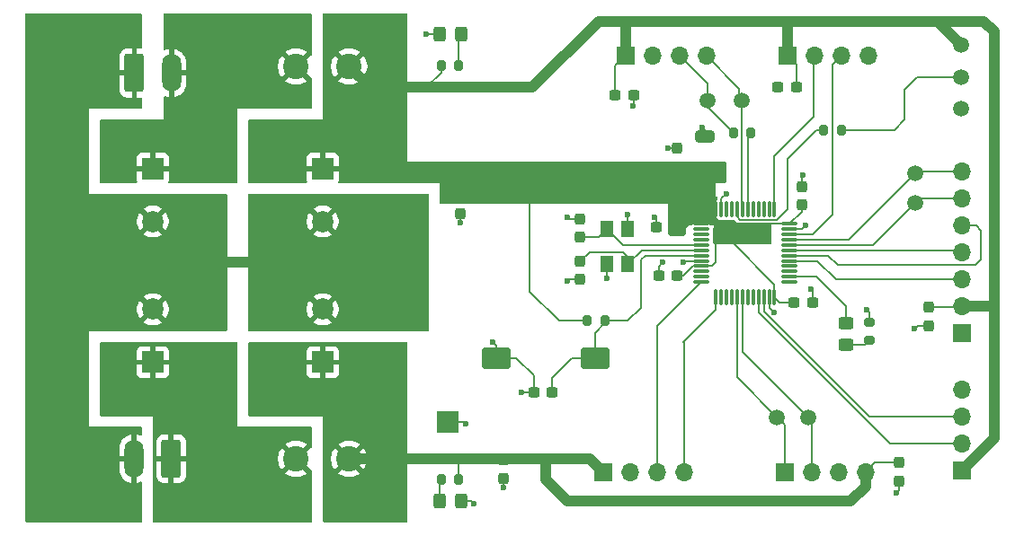
<source format=gbr>
%TF.GenerationSoftware,KiCad,Pcbnew,9.0.0*%
%TF.CreationDate,2025-04-23T22:05:31+03:00*%
%TF.ProjectId,LoRa,4c6f5261-2e6b-4696-9361-645f70636258,rev?*%
%TF.SameCoordinates,Original*%
%TF.FileFunction,Copper,L1,Top*%
%TF.FilePolarity,Positive*%
%FSLAX46Y46*%
G04 Gerber Fmt 4.6, Leading zero omitted, Abs format (unit mm)*
G04 Created by KiCad (PCBNEW 9.0.0) date 2025-04-23 22:05:31*
%MOMM*%
%LPD*%
G01*
G04 APERTURE LIST*
G04 Aperture macros list*
%AMRoundRect*
0 Rectangle with rounded corners*
0 $1 Rounding radius*
0 $2 $3 $4 $5 $6 $7 $8 $9 X,Y pos of 4 corners*
0 Add a 4 corners polygon primitive as box body*
4,1,4,$2,$3,$4,$5,$6,$7,$8,$9,$2,$3,0*
0 Add four circle primitives for the rounded corners*
1,1,$1+$1,$2,$3*
1,1,$1+$1,$4,$5*
1,1,$1+$1,$6,$7*
1,1,$1+$1,$8,$9*
0 Add four rect primitives between the rounded corners*
20,1,$1+$1,$2,$3,$4,$5,0*
20,1,$1+$1,$4,$5,$6,$7,0*
20,1,$1+$1,$6,$7,$8,$9,0*
20,1,$1+$1,$8,$9,$2,$3,0*%
G04 Aperture macros list end*
%TA.AperFunction,ComponentPad*%
%ADD10R,1.700000X1.700000*%
%TD*%
%TA.AperFunction,ComponentPad*%
%ADD11O,1.700000X1.700000*%
%TD*%
%TA.AperFunction,SMDPad,CuDef*%
%ADD12RoundRect,0.200000X-0.275000X0.200000X-0.275000X-0.200000X0.275000X-0.200000X0.275000X0.200000X0*%
%TD*%
%TA.AperFunction,SMDPad,CuDef*%
%ADD13RoundRect,0.250000X0.450000X-0.325000X0.450000X0.325000X-0.450000X0.325000X-0.450000X-0.325000X0*%
%TD*%
%TA.AperFunction,SMDPad,CuDef*%
%ADD14RoundRect,0.075000X-0.075000X-0.662500X0.075000X-0.662500X0.075000X0.662500X-0.075000X0.662500X0*%
%TD*%
%TA.AperFunction,SMDPad,CuDef*%
%ADD15RoundRect,0.075000X-0.662500X-0.075000X0.662500X-0.075000X0.662500X0.075000X-0.662500X0.075000X0*%
%TD*%
%TA.AperFunction,SMDPad,CuDef*%
%ADD16R,2.000000X2.000000*%
%TD*%
%TA.AperFunction,SMDPad,CuDef*%
%ADD17C,1.500000*%
%TD*%
%TA.AperFunction,SMDPad,CuDef*%
%ADD18RoundRect,0.237500X0.300000X0.237500X-0.300000X0.237500X-0.300000X-0.237500X0.300000X-0.237500X0*%
%TD*%
%TA.AperFunction,SMDPad,CuDef*%
%ADD19RoundRect,0.200000X-0.200000X-0.275000X0.200000X-0.275000X0.200000X0.275000X-0.200000X0.275000X0*%
%TD*%
%TA.AperFunction,ComponentPad*%
%ADD20RoundRect,0.250000X0.650000X1.550000X-0.650000X1.550000X-0.650000X-1.550000X0.650000X-1.550000X0*%
%TD*%
%TA.AperFunction,ComponentPad*%
%ADD21O,1.800000X3.600000*%
%TD*%
%TA.AperFunction,SMDPad,CuDef*%
%ADD22RoundRect,0.250000X-0.325000X-0.450000X0.325000X-0.450000X0.325000X0.450000X-0.325000X0.450000X0*%
%TD*%
%TA.AperFunction,SMDPad,CuDef*%
%ADD23RoundRect,0.237500X-0.237500X0.300000X-0.237500X-0.300000X0.237500X-0.300000X0.237500X0.300000X0*%
%TD*%
%TA.AperFunction,ComponentPad*%
%ADD24R,2.000000X2.000000*%
%TD*%
%TA.AperFunction,ComponentPad*%
%ADD25C,2.000000*%
%TD*%
%TA.AperFunction,SMDPad,CuDef*%
%ADD26RoundRect,0.300000X-1.075000X-0.700000X1.075000X-0.700000X1.075000X0.700000X-1.075000X0.700000X0*%
%TD*%
%TA.AperFunction,SMDPad,CuDef*%
%ADD27RoundRect,0.200000X0.200000X0.275000X-0.200000X0.275000X-0.200000X-0.275000X0.200000X-0.275000X0*%
%TD*%
%TA.AperFunction,ComponentPad*%
%ADD28RoundRect,0.250000X-0.650000X-1.550000X0.650000X-1.550000X0.650000X1.550000X-0.650000X1.550000X0*%
%TD*%
%TA.AperFunction,SMDPad,CuDef*%
%ADD29RoundRect,0.237500X-0.300000X-0.237500X0.300000X-0.237500X0.300000X0.237500X-0.300000X0.237500X0*%
%TD*%
%TA.AperFunction,SMDPad,CuDef*%
%ADD30R,1.300000X1.600000*%
%TD*%
%TA.AperFunction,ComponentPad*%
%ADD31C,1.500000*%
%TD*%
%TA.AperFunction,SMDPad,CuDef*%
%ADD32RoundRect,0.237500X0.237500X-0.300000X0.237500X0.300000X-0.237500X0.300000X-0.237500X-0.300000X0*%
%TD*%
%TA.AperFunction,ComponentPad*%
%ADD33C,2.400000*%
%TD*%
%TA.AperFunction,SMDPad,CuDef*%
%ADD34RoundRect,0.250000X0.650000X-0.325000X0.650000X0.325000X-0.650000X0.325000X-0.650000X-0.325000X0*%
%TD*%
%TA.AperFunction,SMDPad,CuDef*%
%ADD35RoundRect,0.250000X0.325000X0.450000X-0.325000X0.450000X-0.325000X-0.450000X0.325000X-0.450000X0*%
%TD*%
%TA.AperFunction,ViaPad*%
%ADD36C,0.600000*%
%TD*%
%TA.AperFunction,Conductor*%
%ADD37C,0.160000*%
%TD*%
%TA.AperFunction,Conductor*%
%ADD38C,1.000000*%
%TD*%
%TA.AperFunction,Conductor*%
%ADD39C,0.180000*%
%TD*%
%TA.AperFunction,Conductor*%
%ADD40C,0.250000*%
%TD*%
G04 APERTURE END LIST*
D10*
%TO.P,SWD1,1,Pin_1*%
%TO.N,+3.3V*%
X143800000Y-32000000D03*
D11*
%TO.P,SWD1,2,Pin_2*%
%TO.N,/SWDCLK*%
X146340000Y-32000000D03*
%TO.P,SWD1,3,Pin_3*%
%TO.N,/SWDIO*%
X148880000Y-32000000D03*
%TO.P,SWD1,4,Pin_4*%
%TO.N,GND*%
X151420000Y-32000000D03*
%TD*%
D10*
%TO.P,J4,1,Pin_1*%
%TO.N,+3.3V*%
X160175000Y-71120000D03*
D11*
%TO.P,J4,2,Pin_2*%
%TO.N,/Debug_Tx*%
X160175000Y-68580000D03*
%TO.P,J4,3,Pin_3*%
%TO.N,/Debug_Rx*%
X160175000Y-66040000D03*
%TO.P,J4,4,Pin_4*%
%TO.N,GND*%
X160175000Y-63500000D03*
%TD*%
D12*
%TO.P,R3,2*%
%TO.N,/led_katot*%
X151500000Y-58825000D03*
%TO.P,R3,1*%
%TO.N,GND*%
X151500000Y-57175000D03*
%TD*%
D13*
%TO.P,D1,2,A*%
%TO.N,/debug_led_anot*%
X149250000Y-57225000D03*
%TO.P,D1,1,K*%
%TO.N,/led_katot*%
X149250000Y-59275000D03*
%TD*%
D14*
%TO.P,U2,48,VDD*%
%TO.N,+3.3V*%
X137050000Y-46437500D03*
%TO.P,U2,47,VSS*%
%TO.N,GND*%
X137550000Y-46437500D03*
%TO.P,U2,46,PB9*%
%TO.N,unconnected-(U2-PB9-Pad46)*%
X138050000Y-46437500D03*
%TO.P,U2,45,PB8*%
%TO.N,unconnected-(U2-PB8-Pad45)*%
X138550000Y-46437500D03*
%TO.P,U2,44,BOOT0*%
%TO.N,/BOOT0*%
X139050000Y-46437500D03*
%TO.P,U2,43,PB7*%
%TO.N,/SHT31_SDA*%
X139550000Y-46437500D03*
%TO.P,U2,42,PB6*%
%TO.N,Net-(U2-PB6)*%
X140050000Y-46437500D03*
%TO.P,U2,41,PB5*%
%TO.N,unconnected-(U2-PB5-Pad41)*%
X140550000Y-46437500D03*
%TO.P,U2,40,PB4*%
%TO.N,unconnected-(U2-PB4-Pad40)*%
X141050000Y-46437500D03*
%TO.P,U2,39,PB3*%
%TO.N,unconnected-(U2-PB3-Pad39)*%
X141550000Y-46437500D03*
%TO.P,U2,38,PA15*%
%TO.N,unconnected-(U2-PA15-Pad38)*%
X142050000Y-46437500D03*
%TO.P,U2,37,PA14*%
%TO.N,/SWDCLK*%
X142550000Y-46437500D03*
D15*
%TO.P,U2,36,VDD*%
%TO.N,+3.3V*%
X143962500Y-47850000D03*
%TO.P,U2,35,VSS*%
%TO.N,GND*%
X143962500Y-48350000D03*
%TO.P,U2,34,PA13*%
%TO.N,/SWDIO*%
X143962500Y-48850000D03*
%TO.P,U2,33,PA12*%
%TO.N,/M0*%
X143962500Y-49350000D03*
%TO.P,U2,32,PA11*%
%TO.N,/M1*%
X143962500Y-49850000D03*
%TO.P,U2,31,PA10*%
%TO.N,/mcu_LoRa_RX*%
X143962500Y-50350000D03*
%TO.P,U2,30,PA9*%
%TO.N,/mcu_LoRa_TX*%
X143962500Y-50850000D03*
%TO.P,U2,29,PA8*%
%TO.N,/AUX*%
X143962500Y-51350000D03*
%TO.P,U2,28,PB15*%
%TO.N,unconnected-(U2-PB15-Pad28)*%
X143962500Y-51850000D03*
%TO.P,U2,27,PB14*%
%TO.N,unconnected-(U2-PB14-Pad27)*%
X143962500Y-52350000D03*
%TO.P,U2,26,PB13*%
%TO.N,/debug_led_anot*%
X143962500Y-52850000D03*
%TO.P,U2,25,PB12*%
%TO.N,unconnected-(U2-PB12-Pad25)*%
X143962500Y-53350000D03*
D14*
%TO.P,U2,24,VDD*%
%TO.N,+3.3V*%
X142550000Y-54762500D03*
%TO.P,U2,23,VSS*%
%TO.N,GND*%
X142050000Y-54762500D03*
%TO.P,U2,22,PB11*%
%TO.N,/Debug_Rx*%
X141550000Y-54762500D03*
%TO.P,U2,21,PB10*%
%TO.N,/Debug_Tx*%
X141050000Y-54762500D03*
%TO.P,U2,20,PB2*%
%TO.N,unconnected-(U2-PB2-Pad20)*%
X140550000Y-54762500D03*
%TO.P,U2,19,PB1*%
%TO.N,unconnected-(U2-PB1-Pad19)*%
X140050000Y-54762500D03*
%TO.P,U2,18,PB0*%
%TO.N,/CO_ADC*%
X139550000Y-54762500D03*
%TO.P,U2,17,PA7*%
%TO.N,/CO_Enb*%
X139050000Y-54762500D03*
%TO.P,U2,16,PA6*%
%TO.N,unconnected-(U2-PA6-Pad16)*%
X138550000Y-54762500D03*
%TO.P,U2,15,PA5*%
%TO.N,unconnected-(U2-PA5-Pad15)*%
X138050000Y-54762500D03*
%TO.P,U2,14,PA4*%
%TO.N,unconnected-(U2-PA4-Pad14)*%
X137550000Y-54762500D03*
%TO.P,U2,13,PA3*%
%TO.N,/mcu__pm_rx*%
X137050000Y-54762500D03*
D15*
%TO.P,U2,12,PA2*%
%TO.N,/mcu_pm_tx*%
X135637500Y-53350000D03*
%TO.P,U2,11,PA1*%
%TO.N,unconnected-(U2-PA1-Pad11)*%
X135637500Y-52850000D03*
%TO.P,U2,10,PA0*%
%TO.N,unconnected-(U2-PA0-Pad10)*%
X135637500Y-52350000D03*
%TO.P,U2,9,VDDA*%
%TO.N,+3.3V*%
X135637500Y-51850000D03*
%TO.P,U2,8,VSSA*%
%TO.N,GND*%
X135637500Y-51350000D03*
%TO.P,U2,7,NRST*%
%TO.N,/Reset*%
X135637500Y-50850000D03*
%TO.P,U2,6,PD1*%
%TO.N,/OSCOUT*%
X135637500Y-50350000D03*
%TO.P,U2,5,PD0*%
%TO.N,/OSCIN*%
X135637500Y-49850000D03*
%TO.P,U2,4,PC15*%
%TO.N,unconnected-(U2-PC15-Pad4)*%
X135637500Y-49350000D03*
%TO.P,U2,3,PC14*%
%TO.N,unconnected-(U2-PC14-Pad3)*%
X135637500Y-48850000D03*
%TO.P,U2,2,PC13*%
%TO.N,unconnected-(U2-PC13-Pad2)*%
X135637500Y-48350000D03*
%TO.P,U2,1,VBAT*%
%TO.N,+3.3V*%
X135637500Y-47850000D03*
%TD*%
D16*
%TO.P,TP1,1,1*%
%TO.N,GND*%
X111750000Y-66500000D03*
%TD*%
D17*
%TO.P,TP6,1,1*%
%TO.N,/M1*%
X155800000Y-45900000D03*
%TD*%
%TO.P,TP2,1,1*%
%TO.N,/CO_ADC*%
X145700000Y-66100000D03*
%TD*%
D18*
%TO.P,C1,1*%
%TO.N,+3.3V*%
X144612500Y-35000000D03*
%TO.P,C1,2*%
%TO.N,GND*%
X142887500Y-35000000D03*
%TD*%
D19*
%TO.P,R6,2*%
%TO.N,Net-(U2-PB6)*%
X140325000Y-39250000D03*
%TO.P,R6,1*%
%TO.N,/SHT31_SCL*%
X138675000Y-39250000D03*
%TD*%
D17*
%TO.P,TP3,1,1*%
%TO.N,/CO_Enb*%
X142800000Y-66100000D03*
%TD*%
D20*
%TO.P,J2,1,Pin_1*%
%TO.N,+5V_INPUT*%
X85732500Y-70000000D03*
D21*
%TO.P,J2,2,Pin_2*%
%TO.N,GND*%
X82232500Y-70000000D03*
%TD*%
D22*
%TO.P,D2,1,K*%
%TO.N,GND*%
X110975000Y-30000000D03*
%TO.P,D2,2,A*%
%TO.N,Net-(D2-A)*%
X113025000Y-30000000D03*
%TD*%
D23*
%TO.P,C19,1*%
%TO.N,+3.3V*%
X113000000Y-45137500D03*
%TO.P,C19,2*%
%TO.N,GND*%
X113000000Y-46862500D03*
%TD*%
D10*
%TO.P,pm2.5,1,Pin_1*%
%TO.N,+5V*%
X126400000Y-71250000D03*
D11*
%TO.P,pm2.5,2,Pin_2*%
%TO.N,GND*%
X128940000Y-71250000D03*
%TO.P,pm2.5,3,Pin_3*%
%TO.N,/mcu_pm_tx*%
X131480000Y-71250000D03*
%TO.P,pm2.5,4,Pin_4*%
%TO.N,/mcu__pm_rx*%
X134020000Y-71250000D03*
%TD*%
D24*
%TO.P,C5,1*%
%TO.N,+3.3V_INPUT*%
X84000000Y-42632323D03*
D25*
%TO.P,C5,2*%
%TO.N,GND*%
X84000000Y-47632323D03*
%TD*%
D26*
%TO.P,RESET1,1,1*%
%TO.N,GND*%
X116380000Y-60500000D03*
%TO.P,RESET1,2,2*%
%TO.N,/Reset*%
X125630000Y-60500000D03*
%TD*%
D27*
%TO.P,R1,1*%
%TO.N,/B0*%
X148825000Y-39000000D03*
%TO.P,R1,2*%
%TO.N,/BOOT0*%
X147175000Y-39000000D03*
%TD*%
D19*
%TO.P,R5,1*%
%TO.N,Net-(D3-A)*%
X111175000Y-72000000D03*
%TO.P,R5,2*%
%TO.N,+5V*%
X112825000Y-72000000D03*
%TD*%
D23*
%TO.P,C18,1*%
%TO.N,+5V*%
X117000000Y-70137500D03*
%TO.P,C18,2*%
%TO.N,GND*%
X117000000Y-71862500D03*
%TD*%
D24*
%TO.P,C10,1*%
%TO.N,+5V_INPUT*%
X84000000Y-60907677D03*
D25*
%TO.P,C10,2*%
%TO.N,GND*%
X84000000Y-55907677D03*
%TD*%
D23*
%TO.P,C17,1*%
%TO.N,+5V*%
X154250000Y-70387500D03*
%TO.P,C17,2*%
%TO.N,GND*%
X154250000Y-72112500D03*
%TD*%
D10*
%TO.P,LoRa1,1,Pin_1*%
%TO.N,GND*%
X160175000Y-58200000D03*
D11*
%TO.P,LoRa1,2,Pin_2*%
%TO.N,+3.3V*%
X160175000Y-55660000D03*
%TO.P,LoRa1,3,Pin_3*%
%TO.N,/AUX*%
X160175000Y-53120000D03*
%TO.P,LoRa1,4,Pin_4*%
%TO.N,/mcu_LoRa_RX*%
X160175000Y-50580000D03*
%TO.P,LoRa1,5,Pin_5*%
%TO.N,/mcu_LoRa_TX*%
X160175000Y-48040000D03*
%TO.P,LoRa1,6,Pin_6*%
%TO.N,/M1*%
X160175000Y-45500000D03*
%TO.P,LoRa1,7,Pin_7*%
%TO.N,/M0*%
X160175000Y-42960000D03*
%TD*%
D28*
%TO.P,J1,1,Pin_1*%
%TO.N,GND*%
X82267500Y-33642500D03*
D21*
%TO.P,J1,2,Pin_2*%
%TO.N,+3.3V_INPUT*%
X85767500Y-33642500D03*
%TD*%
D27*
%TO.P,R4,1*%
%TO.N,Net-(D2-A)*%
X112825000Y-32900000D03*
%TO.P,R4,2*%
%TO.N,+3.3V*%
X111175000Y-32900000D03*
%TD*%
D29*
%TO.P,C15,1*%
%TO.N,+3.3V*%
X127537500Y-35700000D03*
%TO.P,C15,2*%
%TO.N,GND*%
X129262500Y-35700000D03*
%TD*%
%TO.P,C11,1*%
%TO.N,+3.3V*%
X144387500Y-55250000D03*
%TO.P,C11,2*%
%TO.N,GND*%
X146112500Y-55250000D03*
%TD*%
D23*
%TO.P,C16,1*%
%TO.N,+3.3V*%
X157100000Y-55737500D03*
%TO.P,C16,2*%
%TO.N,GND*%
X157100000Y-57462500D03*
%TD*%
D30*
%TO.P,Y1,1,1*%
%TO.N,/OSCOUT*%
X128750000Y-51650000D03*
%TO.P,Y1,2,2*%
%TO.N,GND*%
X128750000Y-48350000D03*
%TO.P,Y1,3,3*%
%TO.N,/OSCIN*%
X126750000Y-48350000D03*
%TO.P,Y1,4,4*%
%TO.N,GND*%
X126750000Y-51650000D03*
%TD*%
D31*
%TO.P,J5,1,Pin_1*%
%TO.N,GND*%
X160150000Y-37000000D03*
%TO.P,J5,2,Pin_2*%
%TO.N,/B0*%
X160150000Y-34000000D03*
%TO.P,J5,3,Pin_3*%
%TO.N,+3.3V*%
X160150000Y-31000000D03*
%TD*%
D18*
%TO.P,C4,1*%
%TO.N,/Reset*%
X121612500Y-63750000D03*
%TO.P,C4,2*%
%TO.N,GND*%
X119887500Y-63750000D03*
%TD*%
D24*
%TO.P,C13,1*%
%TO.N,+5V*%
X100000000Y-60907677D03*
D25*
%TO.P,C13,2*%
%TO.N,GND*%
X100000000Y-55907677D03*
%TD*%
D19*
%TO.P,R2,1*%
%TO.N,+3.3V*%
X124925000Y-57000000D03*
%TO.P,R2,2*%
%TO.N,/Reset*%
X126575000Y-57000000D03*
%TD*%
D32*
%TO.P,C8,1*%
%TO.N,+3.3V*%
X133400000Y-42462500D03*
%TO.P,C8,2*%
%TO.N,GND*%
X133400000Y-40737500D03*
%TD*%
D33*
%TO.P,L2,1,1*%
%TO.N,+5V_INPUT*%
X97500000Y-70000000D03*
%TO.P,L2,2,2*%
%TO.N,+5V*%
X102500000Y-70000000D03*
%TD*%
D32*
%TO.P,C9,1*%
%TO.N,+3.3V*%
X145100000Y-46062500D03*
%TO.P,C9,2*%
%TO.N,GND*%
X145100000Y-44337500D03*
%TD*%
D18*
%TO.P,C12,1*%
%TO.N,+3.3V*%
X133162500Y-48200000D03*
%TO.P,C12,2*%
%TO.N,GND*%
X131437500Y-48200000D03*
%TD*%
D33*
%TO.P,L1,1,1*%
%TO.N,+3.3V_INPUT*%
X97500000Y-33000000D03*
%TO.P,L1,2,2*%
%TO.N,+3.3V*%
X102500000Y-33000000D03*
%TD*%
D17*
%TO.P,TP4,1,1*%
%TO.N,/M0*%
X155800000Y-43100000D03*
%TD*%
D23*
%TO.P,C2,1*%
%TO.N,GND*%
X124250000Y-47387500D03*
%TO.P,C2,2*%
%TO.N,/OSCIN*%
X124250000Y-49112500D03*
%TD*%
D10*
%TO.P,SHT31,1,Pin_1*%
%TO.N,+3.3V*%
X128500000Y-31975000D03*
D11*
%TO.P,SHT31,2,Pin_2*%
%TO.N,GND*%
X131040000Y-31975000D03*
%TO.P,SHT31,3,Pin_3*%
%TO.N,/SHT31_SCL*%
X133580000Y-31975000D03*
%TO.P,SHT31,4,Pin_4*%
%TO.N,/SHT31_SDA*%
X136120000Y-31975000D03*
%TD*%
D34*
%TO.P,C7,1*%
%TO.N,+3.3V*%
X136000000Y-42575000D03*
%TO.P,C7,2*%
%TO.N,GND*%
X136000000Y-39625000D03*
%TD*%
D17*
%TO.P,TP5,1,1*%
%TO.N,/SHT31_SCL*%
X136250000Y-36250000D03*
%TD*%
%TO.P,TP7,1,1*%
%TO.N,/SHT31_SDA*%
X139500000Y-36250000D03*
%TD*%
D24*
%TO.P,C6,1*%
%TO.N,+3.3V*%
X100000000Y-42632323D03*
D25*
%TO.P,C6,2*%
%TO.N,GND*%
X100000000Y-47632323D03*
%TD*%
D35*
%TO.P,D3,1,K*%
%TO.N,GND*%
X113025000Y-74000000D03*
%TO.P,D3,2,A*%
%TO.N,Net-(D3-A)*%
X110975000Y-74000000D03*
%TD*%
D10*
%TO.P,J3,1,Pin_1*%
%TO.N,/CO_Enb*%
X143500000Y-71275000D03*
D11*
%TO.P,J3,2,Pin_2*%
%TO.N,/CO_ADC*%
X146040000Y-71275000D03*
%TO.P,J3,3,Pin_3*%
%TO.N,GND*%
X148580000Y-71275000D03*
%TO.P,J3,4,Pin_4*%
%TO.N,+5V*%
X151120000Y-71275000D03*
%TD*%
D32*
%TO.P,C3,1*%
%TO.N,GND*%
X124250000Y-53112500D03*
%TO.P,C3,2*%
%TO.N,/OSCOUT*%
X124250000Y-51387500D03*
%TD*%
D18*
%TO.P,C14,1*%
%TO.N,+3.3V*%
X133362500Y-52750000D03*
%TO.P,C14,2*%
%TO.N,GND*%
X131637500Y-52750000D03*
%TD*%
D36*
%TO.N,GND*%
X113500000Y-66750000D03*
X146000000Y-54000000D03*
X142500000Y-56250000D03*
X151250000Y-56000000D03*
X154000000Y-73250000D03*
X107500000Y-56250000D03*
X106250000Y-55000000D03*
X106250000Y-53750000D03*
X107500000Y-55000000D03*
X107500000Y-53750000D03*
X106250000Y-52500000D03*
X106250000Y-51250000D03*
X106250000Y-50000000D03*
X106250000Y-48750000D03*
X107500000Y-52500000D03*
X107500000Y-51250000D03*
X107500000Y-50000000D03*
X107500000Y-48750000D03*
X107500000Y-47500000D03*
X116000000Y-59000000D03*
X132000000Y-51500000D03*
X134000000Y-51500000D03*
X138000000Y-45000000D03*
X145500000Y-48000000D03*
X145250000Y-43250000D03*
X131250000Y-47250000D03*
X128750000Y-47000000D03*
X123000000Y-47250000D03*
X123000000Y-53250000D03*
X126750000Y-53000000D03*
X155750000Y-57750000D03*
X135750000Y-38750000D03*
X132500000Y-40750000D03*
X129250000Y-36750000D03*
X109750000Y-30000000D03*
X113000000Y-47750000D03*
X118750000Y-63750000D03*
X117000000Y-72750000D03*
X114250000Y-74250000D03*
%TD*%
D37*
%TO.N,+3.3V*%
X144612500Y-32812500D02*
X143800000Y-32000000D01*
X144612500Y-35000000D02*
X144612500Y-32812500D01*
%TO.N,GND*%
X113250000Y-66500000D02*
X113500000Y-66750000D01*
X111750000Y-66500000D02*
X113250000Y-66500000D01*
X146112500Y-54112500D02*
X146000000Y-54000000D01*
X146112500Y-55250000D02*
X146112500Y-54112500D01*
D38*
%TO.N,+3.3V*%
X163250000Y-68045000D02*
X163250000Y-55250000D01*
X160175000Y-71120000D02*
X163250000Y-68045000D01*
D39*
%TO.N,/debug_led_anot*%
X146475822Y-52850000D02*
X149250000Y-55624178D01*
X149250000Y-55624178D02*
X149250000Y-57225000D01*
%TO.N,+3.3V*%
X143037500Y-55250000D02*
X144387500Y-55250000D01*
X142550000Y-54762500D02*
X143037500Y-55250000D01*
%TO.N,/Debug_Tx*%
X153455384Y-68580000D02*
X160175000Y-68580000D01*
X141050000Y-56174616D02*
X153455384Y-68580000D01*
X141050000Y-54762500D02*
X141050000Y-56174616D01*
%TO.N,/Debug_Rx*%
X151454199Y-66040000D02*
X160175000Y-66040000D01*
X141550000Y-56135801D02*
X151454199Y-66040000D01*
X141550000Y-54762500D02*
X141550000Y-56135801D01*
%TO.N,GND*%
X142050000Y-55800000D02*
X142500000Y-56250000D01*
X142050000Y-54762500D02*
X142050000Y-55800000D01*
%TO.N,/led_katot*%
X151050000Y-59275000D02*
X151500000Y-58825000D01*
X149250000Y-59275000D02*
X151050000Y-59275000D01*
%TO.N,GND*%
X151500000Y-57175000D02*
X151500000Y-56250000D01*
X151500000Y-56250000D02*
X151250000Y-56000000D01*
X154250000Y-73000000D02*
X154000000Y-73250000D01*
X154250000Y-72112500D02*
X154250000Y-73000000D01*
%TO.N,+5V*%
X154250000Y-70387500D02*
X152007500Y-70387500D01*
X152007500Y-70387500D02*
X151120000Y-71275000D01*
%TO.N,Net-(U2-PB6)*%
X140050000Y-39525000D02*
X140050000Y-46437500D01*
X140325000Y-39250000D02*
X140050000Y-39525000D01*
%TO.N,/SHT31_SCL*%
X136250000Y-36825000D02*
X138675000Y-39250000D01*
X136250000Y-36250000D02*
X136250000Y-36825000D01*
%TO.N,GND*%
X116380000Y-59380000D02*
X116000000Y-59000000D01*
X116380000Y-60500000D02*
X116380000Y-59380000D01*
D40*
%TO.N,/SHT31_SCL*%
X136250000Y-36825000D02*
X136250000Y-36666000D01*
D39*
%TO.N,/debug_led_anot*%
X146475822Y-52850000D02*
X143962500Y-52850000D01*
%TO.N,GND*%
X131637500Y-51862500D02*
X132000000Y-51500000D01*
X131637500Y-52750000D02*
X131637500Y-51862500D01*
%TO.N,+3.3V*%
X133980318Y-52750000D02*
X134880318Y-51850000D01*
X134880318Y-51850000D02*
X135637500Y-51850000D01*
X133362500Y-52750000D02*
X133980318Y-52750000D01*
%TO.N,GND*%
X134150000Y-51350000D02*
X134000000Y-51500000D01*
X135637500Y-51350000D02*
X134150000Y-51350000D01*
X137550000Y-45450000D02*
X138000000Y-45000000D01*
X137550000Y-46437500D02*
X137550000Y-45450000D01*
X145150000Y-48350000D02*
X145500000Y-48000000D01*
X143962500Y-48350000D02*
X145150000Y-48350000D01*
X145100000Y-43400000D02*
X145250000Y-43250000D01*
X145100000Y-44337500D02*
X145100000Y-43400000D01*
%TO.N,+3.3V*%
X145100000Y-46712500D02*
X143962500Y-47850000D01*
X145100000Y-46062500D02*
X145100000Y-46712500D01*
%TO.N,GND*%
X131437500Y-47437500D02*
X131250000Y-47250000D01*
X131437500Y-48200000D02*
X131437500Y-47437500D01*
X128750000Y-48350000D02*
X128750000Y-47000000D01*
X123137500Y-47387500D02*
X123000000Y-47250000D01*
X124250000Y-47387500D02*
X123137500Y-47387500D01*
X123137500Y-53112500D02*
X123000000Y-53250000D01*
X124250000Y-53112500D02*
X123137500Y-53112500D01*
X126750000Y-51650000D02*
X126750000Y-53000000D01*
X156037500Y-57462500D02*
X155750000Y-57750000D01*
X157100000Y-57462500D02*
X156037500Y-57462500D01*
%TO.N,+3.3V*%
X143612500Y-32187500D02*
X143800000Y-32000000D01*
%TO.N,GND*%
X136000000Y-39000000D02*
X135750000Y-38750000D01*
X136000000Y-39625000D02*
X136000000Y-39000000D01*
X132512500Y-40737500D02*
X132500000Y-40750000D01*
X133400000Y-40737500D02*
X132512500Y-40737500D01*
X129262500Y-36737500D02*
X129250000Y-36750000D01*
X129262500Y-35700000D02*
X129262500Y-36737500D01*
X110975000Y-30000000D02*
X109750000Y-30000000D01*
X113000000Y-46862500D02*
X113000000Y-47750000D01*
X119887500Y-63750000D02*
X118750000Y-63750000D01*
X117000000Y-71862500D02*
X117000000Y-72750000D01*
X114000000Y-74000000D02*
X114250000Y-74250000D01*
X113025000Y-74000000D02*
X114000000Y-74000000D01*
%TO.N,+5V*%
X112825000Y-72000000D02*
X112825000Y-70175000D01*
D38*
X102500000Y-70000000D02*
X113000000Y-70000000D01*
D39*
X112825000Y-70175000D02*
X113000000Y-70000000D01*
%TO.N,/OSCOUT*%
X128250000Y-50500000D02*
X128750000Y-51000000D01*
X125137500Y-50500000D02*
X128250000Y-50500000D01*
X124250000Y-51387500D02*
X125137500Y-50500000D01*
X128750000Y-51000000D02*
X128750000Y-51650000D01*
%TO.N,/OSCIN*%
X125987500Y-49112500D02*
X126750000Y-48350000D01*
X124250000Y-49112500D02*
X125987500Y-49112500D01*
%TO.N,+3.3V*%
X127537500Y-32937500D02*
X128500000Y-31975000D01*
X127537500Y-35700000D02*
X127537500Y-32937500D01*
%TO.N,Net-(D3-A)*%
X110975000Y-72200000D02*
X111175000Y-72000000D01*
X110975000Y-74000000D02*
X110975000Y-72200000D01*
%TO.N,/CO_ADC*%
X145700000Y-66100000D02*
X139550000Y-59950000D01*
X139550000Y-59950000D02*
X139550000Y-54762500D01*
%TO.N,/CO_Enb*%
X139050000Y-62350000D02*
X139050000Y-54762500D01*
X142800000Y-66100000D02*
X139050000Y-62350000D01*
X143500000Y-66800000D02*
X142800000Y-66100000D01*
X143500000Y-71275000D02*
X143500000Y-66800000D01*
%TO.N,/CO_ADC*%
X146040000Y-66440000D02*
X145700000Y-66100000D01*
X146040000Y-71275000D02*
X146040000Y-66440000D01*
%TO.N,+5V*%
X151120000Y-71275000D02*
X151120000Y-70880000D01*
%TO.N,+3.3V*%
X160097500Y-55737500D02*
X160175000Y-55660000D01*
X157100000Y-55737500D02*
X160097500Y-55737500D01*
%TO.N,/AUX*%
X148370000Y-53120000D02*
X146600000Y-51350000D01*
X160175000Y-53120000D02*
X148370000Y-53120000D01*
X146600000Y-51350000D02*
X143962500Y-51350000D01*
%TO.N,/mcu_LoRa_RX*%
X159945000Y-50350000D02*
X160175000Y-50580000D01*
X143962500Y-50350000D02*
X159945000Y-50350000D01*
%TO.N,/mcu_LoRa_TX*%
X147600000Y-50850000D02*
X143962500Y-50850000D01*
X148500000Y-51750000D02*
X147600000Y-50850000D01*
X161500000Y-51750000D02*
X148500000Y-51750000D01*
X162000000Y-51250000D02*
X161500000Y-51750000D01*
X162000000Y-48500000D02*
X162000000Y-51250000D01*
X161540000Y-48040000D02*
X162000000Y-48500000D01*
X160175000Y-48040000D02*
X161540000Y-48040000D01*
%TO.N,/M1*%
X151850000Y-49850000D02*
X143962500Y-49850000D01*
X155800000Y-45900000D02*
X151850000Y-49850000D01*
X156200000Y-45500000D02*
X155800000Y-45900000D01*
X160175000Y-45500000D02*
X156200000Y-45500000D01*
%TO.N,/M0*%
X149550000Y-49350000D02*
X143962500Y-49350000D01*
X155800000Y-43100000D02*
X149550000Y-49350000D01*
X160175000Y-42960000D02*
X155940000Y-42960000D01*
X155940000Y-42960000D02*
X155800000Y-43100000D01*
%TO.N,/B0*%
X153825000Y-39000000D02*
X154825000Y-38000000D01*
X148825000Y-39000000D02*
X153825000Y-39000000D01*
%TO.N,/BOOT0*%
X146500000Y-39000000D02*
X147175000Y-39000000D01*
X143750000Y-41750000D02*
X146500000Y-39000000D01*
X142778682Y-47466000D02*
X143750000Y-46494682D01*
X143750000Y-46494682D02*
X143750000Y-41750000D01*
X139050000Y-47194682D02*
X139321318Y-47466000D01*
X139321318Y-47466000D02*
X142778682Y-47466000D01*
X139050000Y-46437500D02*
X139050000Y-47194682D01*
%TO.N,/SHT31_SDA*%
X139500000Y-46387500D02*
X139550000Y-46437500D01*
X139500000Y-36250000D02*
X139500000Y-46387500D01*
D37*
%TO.N,/SWDIO*%
X148000000Y-47000000D02*
X146150000Y-48850000D01*
X146150000Y-48850000D02*
X143962500Y-48850000D01*
X148000000Y-32880000D02*
X148000000Y-47000000D01*
X148880000Y-32000000D02*
X148000000Y-32880000D01*
%TO.N,/SWDCLK*%
X142550000Y-41450000D02*
X142550000Y-46437500D01*
X146250000Y-37750000D02*
X142550000Y-41450000D01*
X146250000Y-32090000D02*
X146250000Y-37750000D01*
X146340000Y-32000000D02*
X146250000Y-32090000D01*
D39*
%TO.N,/SHT31_SCL*%
X136250000Y-34645000D02*
X136250000Y-36250000D01*
X133580000Y-31975000D02*
X136250000Y-34645000D01*
%TO.N,Net-(D2-A)*%
X112825000Y-30200000D02*
X113025000Y-30000000D01*
X112825000Y-32900000D02*
X112825000Y-30200000D01*
%TO.N,+3.3V*%
X111175000Y-33575000D02*
X109750000Y-35000000D01*
X111175000Y-32900000D02*
X111175000Y-33575000D01*
D38*
X109750000Y-35000000D02*
X119750000Y-35000000D01*
D39*
%TO.N,/Reset*%
X121612500Y-62387500D02*
X121612500Y-63750000D01*
X123500000Y-60500000D02*
X121612500Y-62387500D01*
X125630000Y-60500000D02*
X123500000Y-60500000D01*
D37*
%TO.N,GND*%
X119887500Y-62137500D02*
X119887500Y-63750000D01*
X118250000Y-60500000D02*
X119887500Y-62137500D01*
X116380000Y-60500000D02*
X118250000Y-60500000D01*
%TO.N,+3.3V*%
X119500000Y-54250000D02*
X119500000Y-45000000D01*
X122250000Y-57000000D02*
X119500000Y-54250000D01*
X124925000Y-57000000D02*
X122250000Y-57000000D01*
%TO.N,/Reset*%
X125630000Y-58120000D02*
X125630000Y-60500000D01*
X126575000Y-57175000D02*
X125630000Y-58120000D01*
X126575000Y-57000000D02*
X126575000Y-57175000D01*
X128750000Y-57000000D02*
X126575000Y-57000000D01*
X130000000Y-55750000D02*
X128750000Y-57000000D01*
X130000000Y-51250000D02*
X130000000Y-55750000D01*
X130400000Y-50850000D02*
X130000000Y-51250000D01*
X135637500Y-50850000D02*
X130400000Y-50850000D01*
%TO.N,/OSCOUT*%
X130050000Y-50350000D02*
X135637500Y-50350000D01*
X128750000Y-51650000D02*
X130050000Y-50350000D01*
%TO.N,/OSCIN*%
X128250000Y-49850000D02*
X135637500Y-49850000D01*
X126750000Y-48350000D02*
X128250000Y-49850000D01*
D38*
%TO.N,+5V*%
X121000000Y-72000000D02*
X121000000Y-70000000D01*
X123000000Y-74000000D02*
X121000000Y-72000000D01*
X149750000Y-74000000D02*
X123000000Y-74000000D01*
X151120000Y-72630000D02*
X149750000Y-74000000D01*
X151120000Y-71275000D02*
X151120000Y-72630000D01*
%TO.N,+3.3V*%
X143800000Y-29050000D02*
X143500000Y-28750000D01*
X143800000Y-32000000D02*
X143800000Y-29050000D01*
X143500000Y-28750000D02*
X157900000Y-28750000D01*
X128500000Y-31975000D02*
X128500000Y-29000000D01*
X128750000Y-28750000D02*
X143500000Y-28750000D01*
X128500000Y-29000000D02*
X128750000Y-28750000D01*
X163250000Y-29750000D02*
X162250000Y-28750000D01*
X163250000Y-55250000D02*
X163250000Y-29750000D01*
X162250000Y-28750000D02*
X157900000Y-28750000D01*
X162840000Y-55660000D02*
X163250000Y-55250000D01*
X160175000Y-55660000D02*
X162840000Y-55660000D01*
X126000000Y-28750000D02*
X128750000Y-28750000D01*
X104500000Y-35000000D02*
X109750000Y-35000000D01*
X157900000Y-28750000D02*
X160150000Y-31000000D01*
X102500000Y-33000000D02*
X104500000Y-35000000D01*
X119750000Y-35000000D02*
X126000000Y-28750000D01*
D37*
X137650000Y-47850000D02*
X137000000Y-48500000D01*
X137000000Y-48500000D02*
X137000000Y-49500000D01*
X143962500Y-47850000D02*
X137650000Y-47850000D01*
X142550000Y-54762500D02*
X142550000Y-53550000D01*
X142550000Y-53550000D02*
X138500000Y-49500000D01*
X137000000Y-49500000D02*
X137000000Y-51500000D01*
X138500000Y-49500000D02*
X137000000Y-49500000D01*
X136650000Y-51850000D02*
X135637500Y-51850000D01*
X137000000Y-51500000D02*
X136650000Y-51850000D01*
X137000000Y-48000000D02*
X137000000Y-48500000D01*
X135637500Y-47850000D02*
X136850000Y-47850000D01*
X136850000Y-47850000D02*
X137000000Y-48000000D01*
X133512500Y-47850000D02*
X133162500Y-48200000D01*
X135637500Y-47850000D02*
X133512500Y-47850000D01*
%TO.N,/mcu__pm_rx*%
X137050000Y-55950000D02*
X134000000Y-59000000D01*
X134000000Y-59000000D02*
X134020000Y-59020000D01*
X137050000Y-54762500D02*
X137050000Y-55950000D01*
X134020000Y-59020000D02*
X134020000Y-71250000D01*
%TO.N,/mcu_pm_tx*%
X131480000Y-57507500D02*
X131480000Y-71250000D01*
X135637500Y-53350000D02*
X131480000Y-57507500D01*
D38*
%TO.N,+5V*%
X121000000Y-70000000D02*
X125150000Y-70000000D01*
D37*
%TO.N,/B0*%
X156000000Y-34000000D02*
X160150000Y-34000000D01*
X154825000Y-35175000D02*
X156000000Y-34000000D01*
X154825000Y-38000000D02*
X154825000Y-35175000D01*
D38*
%TO.N,+5V*%
X125150000Y-70000000D02*
X126400000Y-71250000D01*
X113000000Y-70000000D02*
X121000000Y-70000000D01*
D39*
%TO.N,/SHT31_SDA*%
X139250000Y-36250000D02*
X139550000Y-36550000D01*
X136120000Y-31975000D02*
X139250000Y-35105000D01*
X139250000Y-35105000D02*
X139250000Y-36250000D01*
%TD*%
%TA.AperFunction,Conductor*%
%TO.N,+3.3V*%
G36*
X137943039Y-42019685D02*
G01*
X137988794Y-42072489D01*
X138000000Y-42124000D01*
X138000000Y-43876000D01*
X137980315Y-43943039D01*
X137927511Y-43988794D01*
X137876000Y-44000000D01*
X137000000Y-44000000D01*
X137000000Y-45250000D01*
X132750000Y-45250000D01*
X132500000Y-45500000D01*
X132500000Y-46000000D01*
X111124000Y-46000000D01*
X111056961Y-45980315D01*
X111011206Y-45927511D01*
X111000000Y-45876000D01*
X111000000Y-44000000D01*
X105000000Y-44000000D01*
X105000000Y-42000000D01*
X108000000Y-42000000D01*
X137876000Y-42000000D01*
X137943039Y-42019685D01*
G37*
%TD.AperFunction*%
%TD*%
%TA.AperFunction,Conductor*%
%TO.N,+3.3V*%
G36*
X138818744Y-47519685D02*
G01*
X138839386Y-47536319D01*
X139081545Y-47778478D01*
X139170591Y-47829889D01*
X139269908Y-47856501D01*
X139269911Y-47856501D01*
X139380324Y-47856501D01*
X139380340Y-47856500D01*
X142126000Y-47856500D01*
X142193039Y-47876185D01*
X142238794Y-47928989D01*
X142250000Y-47980500D01*
X142250000Y-49626000D01*
X142230315Y-49693039D01*
X142177511Y-49738794D01*
X142126000Y-49750000D01*
X136874000Y-49750000D01*
X136806961Y-49730315D01*
X136761206Y-49677511D01*
X136750000Y-49626000D01*
X136750000Y-48325181D01*
X136769685Y-48258142D01*
X136775625Y-48249693D01*
X136802263Y-48214978D01*
X136860198Y-48075108D01*
X136860199Y-48075103D01*
X136870088Y-48000000D01*
X136750000Y-48000000D01*
X137250000Y-47500000D01*
X138751705Y-47500000D01*
X138818744Y-47519685D01*
G37*
%TD.AperFunction*%
%TD*%
%TA.AperFunction,Conductor*%
%TO.N,GND*%
G36*
X82943039Y-28020185D02*
G01*
X82988794Y-28072989D01*
X83000000Y-28124500D01*
X83000000Y-31218500D01*
X82980315Y-31285539D01*
X82927511Y-31331294D01*
X82876000Y-31342500D01*
X82517500Y-31342500D01*
X82517500Y-33094017D01*
X82499091Y-33083389D01*
X82346491Y-33042500D01*
X82188509Y-33042500D01*
X82035909Y-33083389D01*
X82017500Y-33094017D01*
X82017500Y-31342500D01*
X81567528Y-31342500D01*
X81567512Y-31342501D01*
X81464802Y-31352994D01*
X81298380Y-31408141D01*
X81298375Y-31408143D01*
X81149154Y-31500184D01*
X81025184Y-31624154D01*
X80933143Y-31773375D01*
X80933141Y-31773380D01*
X80877994Y-31939802D01*
X80877993Y-31939809D01*
X80867500Y-32042513D01*
X80867500Y-33392500D01*
X81719018Y-33392500D01*
X81708389Y-33410909D01*
X81667500Y-33563509D01*
X81667500Y-33721491D01*
X81708389Y-33874091D01*
X81719018Y-33892500D01*
X80867501Y-33892500D01*
X80867501Y-35242486D01*
X80877994Y-35345197D01*
X80933141Y-35511619D01*
X80933143Y-35511624D01*
X81025184Y-35660845D01*
X81149154Y-35784815D01*
X81298375Y-35876856D01*
X81298380Y-35876858D01*
X81464802Y-35932005D01*
X81464809Y-35932006D01*
X81567519Y-35942499D01*
X82017499Y-35942499D01*
X82017500Y-35942498D01*
X82017500Y-34190982D01*
X82035909Y-34201611D01*
X82188509Y-34242500D01*
X82346491Y-34242500D01*
X82499091Y-34201611D01*
X82517500Y-34190982D01*
X82517500Y-35942499D01*
X82876000Y-35942499D01*
X82943039Y-35962184D01*
X82988794Y-36014988D01*
X83000000Y-36066499D01*
X83000000Y-36876000D01*
X82980315Y-36943039D01*
X82927511Y-36988794D01*
X82876000Y-37000000D01*
X78000000Y-37000000D01*
X78000000Y-45000000D01*
X90876000Y-45000000D01*
X90943039Y-45019685D01*
X90988794Y-45072489D01*
X91000000Y-45124000D01*
X91000000Y-51000000D01*
X90000000Y-51000000D01*
X90000000Y-52000000D01*
X91000000Y-52000000D01*
X91000000Y-57876000D01*
X90980315Y-57943039D01*
X90927511Y-57988794D01*
X90876000Y-58000000D01*
X78000000Y-58000000D01*
X78000000Y-67000000D01*
X82876000Y-67000000D01*
X82943039Y-67019685D01*
X82988794Y-67072489D01*
X83000000Y-67124000D01*
X83000000Y-67717454D01*
X82980315Y-67784493D01*
X82927511Y-67830248D01*
X82858353Y-67840192D01*
X82819705Y-67827939D01*
X82769910Y-67802567D01*
X82560336Y-67734473D01*
X82482500Y-67722144D01*
X82482500Y-69451517D01*
X82464091Y-69440889D01*
X82311491Y-69400000D01*
X82153509Y-69400000D01*
X82000909Y-69440889D01*
X81982500Y-69451517D01*
X81982500Y-67722144D01*
X81904664Y-67734473D01*
X81904661Y-67734473D01*
X81695089Y-67802567D01*
X81498739Y-67902613D01*
X81320458Y-68032142D01*
X81164642Y-68187958D01*
X81035113Y-68366239D01*
X80935067Y-68562589D01*
X80866973Y-68772164D01*
X80832500Y-68989818D01*
X80832500Y-69750000D01*
X81684018Y-69750000D01*
X81673389Y-69768409D01*
X81632500Y-69921009D01*
X81632500Y-70078991D01*
X81673389Y-70231591D01*
X81684018Y-70250000D01*
X80832500Y-70250000D01*
X80832500Y-71010181D01*
X80866973Y-71227835D01*
X80935067Y-71437410D01*
X81035113Y-71633760D01*
X81164642Y-71812041D01*
X81320458Y-71967857D01*
X81498739Y-72097386D01*
X81695089Y-72197432D01*
X81904663Y-72265526D01*
X81982499Y-72277854D01*
X81982500Y-72277854D01*
X81982500Y-70548482D01*
X82000909Y-70559111D01*
X82153509Y-70600000D01*
X82311491Y-70600000D01*
X82464091Y-70559111D01*
X82482500Y-70548482D01*
X82482500Y-72277854D01*
X82560334Y-72265526D01*
X82560337Y-72265526D01*
X82769912Y-72197431D01*
X82819704Y-72172061D01*
X82888373Y-72159164D01*
X82953114Y-72185439D01*
X82993371Y-72242545D01*
X83000000Y-72282545D01*
X83000000Y-75875500D01*
X82980315Y-75942539D01*
X82927511Y-75988294D01*
X82876000Y-75999500D01*
X72124000Y-75999500D01*
X72056961Y-75979815D01*
X72011206Y-75927011D01*
X72000000Y-75875500D01*
X72000000Y-55789624D01*
X82500000Y-55789624D01*
X82500000Y-56025729D01*
X82536934Y-56258924D01*
X82609897Y-56483479D01*
X82717087Y-56693851D01*
X82777338Y-56776781D01*
X82777340Y-56776782D01*
X83517037Y-56037085D01*
X83534075Y-56100670D01*
X83599901Y-56214684D01*
X83692993Y-56307776D01*
X83807007Y-56373602D01*
X83870590Y-56390639D01*
X83130893Y-57130335D01*
X83213828Y-57190591D01*
X83424197Y-57297779D01*
X83648752Y-57370742D01*
X83648751Y-57370742D01*
X83881948Y-57407677D01*
X84118052Y-57407677D01*
X84351247Y-57370742D01*
X84575802Y-57297779D01*
X84786163Y-57190595D01*
X84786169Y-57190591D01*
X84869104Y-57130335D01*
X84869105Y-57130335D01*
X84129408Y-56390639D01*
X84192993Y-56373602D01*
X84307007Y-56307776D01*
X84400099Y-56214684D01*
X84465925Y-56100670D01*
X84482962Y-56037086D01*
X85222658Y-56776782D01*
X85222658Y-56776781D01*
X85282914Y-56693846D01*
X85282918Y-56693840D01*
X85390102Y-56483479D01*
X85463065Y-56258924D01*
X85500000Y-56025729D01*
X85500000Y-55789624D01*
X85463065Y-55556429D01*
X85390102Y-55331874D01*
X85282914Y-55121505D01*
X85222658Y-55038571D01*
X85222658Y-55038570D01*
X84482962Y-55778267D01*
X84465925Y-55714684D01*
X84400099Y-55600670D01*
X84307007Y-55507578D01*
X84192993Y-55441752D01*
X84129409Y-55424714D01*
X84869105Y-54685017D01*
X84869104Y-54685015D01*
X84786174Y-54624764D01*
X84575802Y-54517574D01*
X84351247Y-54444611D01*
X84351248Y-54444611D01*
X84118052Y-54407677D01*
X83881948Y-54407677D01*
X83648752Y-54444611D01*
X83424197Y-54517574D01*
X83213830Y-54624761D01*
X83130894Y-54685017D01*
X83870591Y-55424714D01*
X83807007Y-55441752D01*
X83692993Y-55507578D01*
X83599901Y-55600670D01*
X83534075Y-55714684D01*
X83517037Y-55778268D01*
X82777340Y-55038571D01*
X82717084Y-55121507D01*
X82609897Y-55331874D01*
X82536934Y-55556429D01*
X82500000Y-55789624D01*
X72000000Y-55789624D01*
X72000000Y-47514270D01*
X82500000Y-47514270D01*
X82500000Y-47750375D01*
X82536934Y-47983570D01*
X82609897Y-48208125D01*
X82717087Y-48418497D01*
X82777338Y-48501427D01*
X82777340Y-48501428D01*
X83517037Y-47761731D01*
X83534075Y-47825316D01*
X83599901Y-47939330D01*
X83692993Y-48032422D01*
X83807007Y-48098248D01*
X83870590Y-48115285D01*
X83130893Y-48854981D01*
X83213828Y-48915237D01*
X83424197Y-49022425D01*
X83648752Y-49095388D01*
X83648751Y-49095388D01*
X83881948Y-49132323D01*
X84118052Y-49132323D01*
X84351247Y-49095388D01*
X84575802Y-49022425D01*
X84786163Y-48915241D01*
X84786169Y-48915237D01*
X84869104Y-48854981D01*
X84869105Y-48854981D01*
X84129408Y-48115285D01*
X84192993Y-48098248D01*
X84307007Y-48032422D01*
X84400099Y-47939330D01*
X84465925Y-47825316D01*
X84482962Y-47761732D01*
X85222658Y-48501428D01*
X85222658Y-48501427D01*
X85282914Y-48418492D01*
X85282918Y-48418486D01*
X85390102Y-48208125D01*
X85463065Y-47983570D01*
X85500000Y-47750375D01*
X85500000Y-47514270D01*
X85463065Y-47281075D01*
X85390102Y-47056520D01*
X85282914Y-46846151D01*
X85222658Y-46763217D01*
X85222658Y-46763216D01*
X84482962Y-47502913D01*
X84465925Y-47439330D01*
X84400099Y-47325316D01*
X84307007Y-47232224D01*
X84192993Y-47166398D01*
X84129409Y-47149360D01*
X84869105Y-46409663D01*
X84869104Y-46409661D01*
X84786174Y-46349410D01*
X84575802Y-46242220D01*
X84351247Y-46169257D01*
X84351248Y-46169257D01*
X84118052Y-46132323D01*
X83881948Y-46132323D01*
X83648752Y-46169257D01*
X83424197Y-46242220D01*
X83213830Y-46349407D01*
X83130894Y-46409663D01*
X83870591Y-47149360D01*
X83807007Y-47166398D01*
X83692993Y-47232224D01*
X83599901Y-47325316D01*
X83534075Y-47439330D01*
X83517037Y-47502914D01*
X82777340Y-46763217D01*
X82717084Y-46846153D01*
X82609897Y-47056520D01*
X82536934Y-47281075D01*
X82500000Y-47514270D01*
X72000000Y-47514270D01*
X72000000Y-28124500D01*
X72019685Y-28057461D01*
X72072489Y-28011706D01*
X72124000Y-28000500D01*
X82876000Y-28000500D01*
X82943039Y-28020185D01*
G37*
%TD.AperFunction*%
%TD*%
%TA.AperFunction,Conductor*%
%TO.N,+3.3V_INPUT*%
G36*
X98943039Y-28020185D02*
G01*
X98988794Y-28072989D01*
X99000000Y-28124500D01*
X99000000Y-31863987D01*
X98980315Y-31931026D01*
X98927511Y-31976781D01*
X98867891Y-31987722D01*
X98865955Y-31987595D01*
X98064612Y-32788939D01*
X98059111Y-32768409D01*
X97980119Y-32631592D01*
X97868408Y-32519881D01*
X97731591Y-32440889D01*
X97711058Y-32435387D01*
X98512403Y-31634043D01*
X98512403Y-31634040D01*
X98446504Y-31583473D01*
X98446491Y-31583464D01*
X98253520Y-31472054D01*
X98253502Y-31472045D01*
X98047618Y-31386763D01*
X97832367Y-31329088D01*
X97832354Y-31329085D01*
X97611425Y-31300000D01*
X97388575Y-31300000D01*
X97167645Y-31329085D01*
X97167632Y-31329088D01*
X96952381Y-31386763D01*
X96746497Y-31472045D01*
X96746479Y-31472054D01*
X96553511Y-31583462D01*
X96487595Y-31634042D01*
X97288941Y-32435387D01*
X97268409Y-32440889D01*
X97131592Y-32519881D01*
X97019881Y-32631592D01*
X96940889Y-32768409D01*
X96935387Y-32788940D01*
X96134042Y-31987595D01*
X96083462Y-32053511D01*
X95972054Y-32246479D01*
X95972045Y-32246497D01*
X95886763Y-32452381D01*
X95829088Y-32667632D01*
X95829085Y-32667645D01*
X95800000Y-32888575D01*
X95800000Y-33111424D01*
X95829085Y-33332354D01*
X95829088Y-33332367D01*
X95886763Y-33547618D01*
X95972045Y-33753502D01*
X95972054Y-33753520D01*
X96083464Y-33946491D01*
X96083473Y-33946504D01*
X96134040Y-34012403D01*
X96134043Y-34012403D01*
X96935387Y-33211059D01*
X96940889Y-33231591D01*
X97019881Y-33368408D01*
X97131592Y-33480119D01*
X97268409Y-33559111D01*
X97288940Y-33564612D01*
X96487595Y-34365955D01*
X96487595Y-34365956D01*
X96553507Y-34416533D01*
X96746485Y-34527949D01*
X96746497Y-34527954D01*
X96952381Y-34613236D01*
X97167632Y-34670911D01*
X97167645Y-34670914D01*
X97388575Y-34700000D01*
X97611425Y-34700000D01*
X97832354Y-34670914D01*
X97832367Y-34670911D01*
X98047618Y-34613236D01*
X98253502Y-34527954D01*
X98253514Y-34527949D01*
X98446498Y-34416530D01*
X98512403Y-34365957D01*
X98512404Y-34365956D01*
X97711059Y-33564612D01*
X97731591Y-33559111D01*
X97868408Y-33480119D01*
X97980119Y-33368408D01*
X98059111Y-33231591D01*
X98064612Y-33211059D01*
X98865955Y-34012403D01*
X98867891Y-34012277D01*
X98936074Y-34027536D01*
X98985184Y-34077234D01*
X99000000Y-34136012D01*
X99000000Y-36876000D01*
X98980315Y-36943039D01*
X98927511Y-36988794D01*
X98876000Y-37000000D01*
X92000000Y-37000000D01*
X92000000Y-43876000D01*
X91980315Y-43943039D01*
X91927511Y-43988794D01*
X91876000Y-44000000D01*
X85575105Y-44000000D01*
X85508066Y-43980315D01*
X85462311Y-43927511D01*
X85452367Y-43858353D01*
X85458923Y-43832667D01*
X85493596Y-43739702D01*
X85493598Y-43739695D01*
X85499999Y-43680167D01*
X85500000Y-43680150D01*
X85500000Y-42882323D01*
X84433012Y-42882323D01*
X84465925Y-42825316D01*
X84500000Y-42698149D01*
X84500000Y-42566497D01*
X84465925Y-42439330D01*
X84433012Y-42382323D01*
X85500000Y-42382323D01*
X85500000Y-41584495D01*
X85499999Y-41584478D01*
X85493598Y-41524950D01*
X85493596Y-41524943D01*
X85443354Y-41390236D01*
X85443350Y-41390229D01*
X85357190Y-41275135D01*
X85357187Y-41275132D01*
X85242093Y-41188972D01*
X85242086Y-41188968D01*
X85107379Y-41138726D01*
X85107372Y-41138724D01*
X85047844Y-41132323D01*
X84250000Y-41132323D01*
X84250000Y-42199311D01*
X84192993Y-42166398D01*
X84065826Y-42132323D01*
X83934174Y-42132323D01*
X83807007Y-42166398D01*
X83750000Y-42199311D01*
X83750000Y-41132323D01*
X82952155Y-41132323D01*
X82892627Y-41138724D01*
X82892620Y-41138726D01*
X82757913Y-41188968D01*
X82757906Y-41188972D01*
X82642812Y-41275132D01*
X82642809Y-41275135D01*
X82556649Y-41390229D01*
X82556645Y-41390236D01*
X82506403Y-41524943D01*
X82506401Y-41524950D01*
X82500000Y-41584478D01*
X82500000Y-42382323D01*
X83566988Y-42382323D01*
X83534075Y-42439330D01*
X83500000Y-42566497D01*
X83500000Y-42698149D01*
X83534075Y-42825316D01*
X83566988Y-42882323D01*
X82500000Y-42882323D01*
X82500000Y-43680167D01*
X82506401Y-43739695D01*
X82506403Y-43739702D01*
X82541077Y-43832667D01*
X82546061Y-43902358D01*
X82512576Y-43963681D01*
X82451253Y-43997166D01*
X82424895Y-44000000D01*
X79124000Y-44000000D01*
X79056961Y-43980315D01*
X79011206Y-43927511D01*
X79000000Y-43876000D01*
X79000000Y-38124000D01*
X79019685Y-38056961D01*
X79072489Y-38011206D01*
X79124000Y-38000000D01*
X85017500Y-38000000D01*
X85013479Y-35932153D01*
X85033033Y-35865077D01*
X85085748Y-35819219D01*
X85154887Y-35809141D01*
X85193775Y-35821429D01*
X85230087Y-35839931D01*
X85439663Y-35908026D01*
X85517499Y-35920354D01*
X85517500Y-35920354D01*
X85517500Y-34190982D01*
X85535909Y-34201611D01*
X85688509Y-34242500D01*
X85846491Y-34242500D01*
X85999091Y-34201611D01*
X86017500Y-34190982D01*
X86017500Y-35920354D01*
X86095334Y-35908026D01*
X86095337Y-35908026D01*
X86304910Y-35839932D01*
X86501260Y-35739886D01*
X86679541Y-35610357D01*
X86835357Y-35454541D01*
X86964886Y-35276260D01*
X87064932Y-35079910D01*
X87133026Y-34870335D01*
X87167500Y-34652681D01*
X87167500Y-33892500D01*
X86315982Y-33892500D01*
X86326611Y-33874091D01*
X86367500Y-33721491D01*
X86367500Y-33563509D01*
X86326611Y-33410909D01*
X86315982Y-33392500D01*
X87167500Y-33392500D01*
X87167500Y-32632318D01*
X87133026Y-32414664D01*
X87064932Y-32205089D01*
X86964886Y-32008739D01*
X86835357Y-31830458D01*
X86679541Y-31674642D01*
X86501260Y-31545113D01*
X86304910Y-31445067D01*
X86095336Y-31376973D01*
X86017500Y-31364644D01*
X86017500Y-33094017D01*
X85999091Y-33083389D01*
X85846491Y-33042500D01*
X85688509Y-33042500D01*
X85535909Y-33083389D01*
X85517500Y-33094017D01*
X85517500Y-31364644D01*
X85439664Y-31376973D01*
X85439661Y-31376973D01*
X85230086Y-31445068D01*
X85184878Y-31468103D01*
X85116209Y-31480999D01*
X85051468Y-31454722D01*
X85011212Y-31397615D01*
X85004585Y-31357865D01*
X84998299Y-28124741D01*
X85017853Y-28057663D01*
X85070568Y-28011806D01*
X85122299Y-28000500D01*
X98876000Y-28000500D01*
X98943039Y-28020185D01*
G37*
%TD.AperFunction*%
%TD*%
%TA.AperFunction,Conductor*%
%TO.N,+5V_INPUT*%
G36*
X91943039Y-59019685D02*
G01*
X91988794Y-59072489D01*
X92000000Y-59124000D01*
X92000000Y-67000000D01*
X98876000Y-67000000D01*
X98943039Y-67019685D01*
X98988794Y-67072489D01*
X99000000Y-67124000D01*
X99000000Y-68863987D01*
X98980315Y-68931026D01*
X98927511Y-68976781D01*
X98867891Y-68987722D01*
X98865955Y-68987595D01*
X98064612Y-69788939D01*
X98059111Y-69768409D01*
X97980119Y-69631592D01*
X97868408Y-69519881D01*
X97731591Y-69440889D01*
X97711058Y-69435387D01*
X98512403Y-68634043D01*
X98512403Y-68634040D01*
X98446504Y-68583473D01*
X98446491Y-68583464D01*
X98253520Y-68472054D01*
X98253502Y-68472045D01*
X98047618Y-68386763D01*
X97832367Y-68329088D01*
X97832354Y-68329085D01*
X97611425Y-68300000D01*
X97388575Y-68300000D01*
X97167645Y-68329085D01*
X97167632Y-68329088D01*
X96952381Y-68386763D01*
X96746497Y-68472045D01*
X96746479Y-68472054D01*
X96553511Y-68583462D01*
X96487595Y-68634042D01*
X97288941Y-69435387D01*
X97268409Y-69440889D01*
X97131592Y-69519881D01*
X97019881Y-69631592D01*
X96940889Y-69768409D01*
X96935387Y-69788940D01*
X96134042Y-68987595D01*
X96083462Y-69053511D01*
X95972054Y-69246479D01*
X95972045Y-69246497D01*
X95886763Y-69452381D01*
X95829088Y-69667632D01*
X95829085Y-69667645D01*
X95800000Y-69888575D01*
X95800000Y-70111424D01*
X95829085Y-70332354D01*
X95829088Y-70332367D01*
X95886763Y-70547618D01*
X95972045Y-70753502D01*
X95972054Y-70753520D01*
X96083464Y-70946491D01*
X96083473Y-70946504D01*
X96134040Y-71012403D01*
X96134043Y-71012403D01*
X96935387Y-70211059D01*
X96940889Y-70231591D01*
X97019881Y-70368408D01*
X97131592Y-70480119D01*
X97268409Y-70559111D01*
X97288940Y-70564612D01*
X96487595Y-71365955D01*
X96487595Y-71365956D01*
X96553507Y-71416533D01*
X96746485Y-71527949D01*
X96746497Y-71527954D01*
X96952381Y-71613236D01*
X97167632Y-71670911D01*
X97167645Y-71670914D01*
X97388575Y-71700000D01*
X97611425Y-71700000D01*
X97832354Y-71670914D01*
X97832367Y-71670911D01*
X98047618Y-71613236D01*
X98253502Y-71527954D01*
X98253514Y-71527949D01*
X98446498Y-71416530D01*
X98512403Y-71365957D01*
X98512404Y-71365956D01*
X97711059Y-70564612D01*
X97731591Y-70559111D01*
X97868408Y-70480119D01*
X97980119Y-70368408D01*
X98059111Y-70231591D01*
X98064612Y-70211059D01*
X98865955Y-71012403D01*
X98867891Y-71012277D01*
X98936074Y-71027536D01*
X98985184Y-71077234D01*
X99000000Y-71136012D01*
X99000000Y-75875500D01*
X98980315Y-75942539D01*
X98927511Y-75988294D01*
X98876000Y-75999500D01*
X84102399Y-75999500D01*
X84035360Y-75979815D01*
X83989605Y-75927011D01*
X83978399Y-75875229D01*
X83987526Y-71702690D01*
X83994750Y-68400013D01*
X84332500Y-68400013D01*
X84332500Y-69750000D01*
X85184018Y-69750000D01*
X85173389Y-69768409D01*
X85132500Y-69921009D01*
X85132500Y-70078991D01*
X85173389Y-70231591D01*
X85184018Y-70250000D01*
X84332501Y-70250000D01*
X84332501Y-71599986D01*
X84342994Y-71702697D01*
X84398141Y-71869119D01*
X84398143Y-71869124D01*
X84490184Y-72018345D01*
X84614154Y-72142315D01*
X84763375Y-72234356D01*
X84763380Y-72234358D01*
X84929802Y-72289505D01*
X84929809Y-72289506D01*
X85032519Y-72299999D01*
X85482499Y-72299999D01*
X85482500Y-72299998D01*
X85482500Y-70548482D01*
X85500909Y-70559111D01*
X85653509Y-70600000D01*
X85811491Y-70600000D01*
X85964091Y-70559111D01*
X85982500Y-70548482D01*
X85982500Y-72299999D01*
X86432472Y-72299999D01*
X86432486Y-72299998D01*
X86535197Y-72289505D01*
X86701619Y-72234358D01*
X86701624Y-72234356D01*
X86850845Y-72142315D01*
X86974815Y-72018345D01*
X87066856Y-71869124D01*
X87066858Y-71869119D01*
X87122005Y-71702697D01*
X87122006Y-71702690D01*
X87132499Y-71599986D01*
X87132500Y-71599973D01*
X87132500Y-70250000D01*
X86280982Y-70250000D01*
X86291611Y-70231591D01*
X86332500Y-70078991D01*
X86332500Y-69921009D01*
X86291611Y-69768409D01*
X86280982Y-69750000D01*
X87132499Y-69750000D01*
X87132499Y-68400028D01*
X87132498Y-68400013D01*
X87122005Y-68297302D01*
X87066858Y-68130880D01*
X87066856Y-68130875D01*
X86974815Y-67981654D01*
X86850845Y-67857684D01*
X86701624Y-67765643D01*
X86701619Y-67765641D01*
X86535197Y-67710494D01*
X86535190Y-67710493D01*
X86432486Y-67700000D01*
X85982500Y-67700000D01*
X85982500Y-69451517D01*
X85964091Y-69440889D01*
X85811491Y-69400000D01*
X85653509Y-69400000D01*
X85500909Y-69440889D01*
X85482500Y-69451517D01*
X85482500Y-67700000D01*
X85032528Y-67700000D01*
X85032512Y-67700001D01*
X84929802Y-67710494D01*
X84763380Y-67765641D01*
X84763375Y-67765643D01*
X84614154Y-67857684D01*
X84490184Y-67981654D01*
X84398143Y-68130875D01*
X84398141Y-68130880D01*
X84342994Y-68297302D01*
X84342993Y-68297309D01*
X84332500Y-68400013D01*
X83994750Y-68400013D01*
X84000000Y-66000000D01*
X83999999Y-66000000D01*
X79124000Y-66000000D01*
X79056961Y-65980315D01*
X79011206Y-65927511D01*
X79000000Y-65876000D01*
X79000000Y-59859832D01*
X82500000Y-59859832D01*
X82500000Y-60657677D01*
X83566988Y-60657677D01*
X83534075Y-60714684D01*
X83500000Y-60841851D01*
X83500000Y-60973503D01*
X83534075Y-61100670D01*
X83566988Y-61157677D01*
X82500000Y-61157677D01*
X82500000Y-61955521D01*
X82506401Y-62015049D01*
X82506403Y-62015056D01*
X82556645Y-62149763D01*
X82556649Y-62149770D01*
X82642809Y-62264864D01*
X82642812Y-62264867D01*
X82757906Y-62351027D01*
X82757913Y-62351031D01*
X82892620Y-62401273D01*
X82892627Y-62401275D01*
X82952155Y-62407676D01*
X82952172Y-62407677D01*
X83750000Y-62407677D01*
X83750000Y-61340689D01*
X83807007Y-61373602D01*
X83934174Y-61407677D01*
X84065826Y-61407677D01*
X84192993Y-61373602D01*
X84250000Y-61340689D01*
X84250000Y-62407677D01*
X85047828Y-62407677D01*
X85047844Y-62407676D01*
X85107372Y-62401275D01*
X85107379Y-62401273D01*
X85242086Y-62351031D01*
X85242093Y-62351027D01*
X85357187Y-62264867D01*
X85357190Y-62264864D01*
X85443350Y-62149770D01*
X85443354Y-62149763D01*
X85493596Y-62015056D01*
X85493598Y-62015049D01*
X85499999Y-61955521D01*
X85500000Y-61955504D01*
X85500000Y-61157677D01*
X84433012Y-61157677D01*
X84465925Y-61100670D01*
X84500000Y-60973503D01*
X84500000Y-60841851D01*
X84465925Y-60714684D01*
X84433012Y-60657677D01*
X85500000Y-60657677D01*
X85500000Y-59859849D01*
X85499999Y-59859832D01*
X85493598Y-59800304D01*
X85493596Y-59800297D01*
X85443354Y-59665590D01*
X85443350Y-59665583D01*
X85357190Y-59550489D01*
X85357187Y-59550486D01*
X85242093Y-59464326D01*
X85242086Y-59464322D01*
X85107379Y-59414080D01*
X85107372Y-59414078D01*
X85047844Y-59407677D01*
X84250000Y-59407677D01*
X84250000Y-60474665D01*
X84192993Y-60441752D01*
X84065826Y-60407677D01*
X83934174Y-60407677D01*
X83807007Y-60441752D01*
X83750000Y-60474665D01*
X83750000Y-59407677D01*
X82952155Y-59407677D01*
X82892627Y-59414078D01*
X82892620Y-59414080D01*
X82757913Y-59464322D01*
X82757906Y-59464326D01*
X82642812Y-59550486D01*
X82642809Y-59550489D01*
X82556649Y-59665583D01*
X82556645Y-59665590D01*
X82506403Y-59800297D01*
X82506401Y-59800304D01*
X82500000Y-59859832D01*
X79000000Y-59859832D01*
X79000000Y-59124000D01*
X79019685Y-59056961D01*
X79072489Y-59011206D01*
X79124000Y-59000000D01*
X91876000Y-59000000D01*
X91943039Y-59019685D01*
G37*
%TD.AperFunction*%
%TD*%
%TA.AperFunction,Conductor*%
%TO.N,+3.3V*%
G36*
X107943039Y-28020185D02*
G01*
X107988794Y-28072989D01*
X108000000Y-28124500D01*
X108000000Y-42000000D01*
X105000000Y-42000000D01*
X105000000Y-44000000D01*
X101575105Y-44000000D01*
X101508066Y-43980315D01*
X101462311Y-43927511D01*
X101452367Y-43858353D01*
X101458923Y-43832667D01*
X101493596Y-43739702D01*
X101493598Y-43739695D01*
X101499999Y-43680167D01*
X101500000Y-43680150D01*
X101500000Y-42882323D01*
X100433012Y-42882323D01*
X100465925Y-42825316D01*
X100500000Y-42698149D01*
X100500000Y-42566497D01*
X100465925Y-42439330D01*
X100433012Y-42382323D01*
X101500000Y-42382323D01*
X101500000Y-41584495D01*
X101499999Y-41584478D01*
X101493598Y-41524950D01*
X101493596Y-41524943D01*
X101443354Y-41390236D01*
X101443350Y-41390229D01*
X101357190Y-41275135D01*
X101357187Y-41275132D01*
X101242093Y-41188972D01*
X101242086Y-41188968D01*
X101107379Y-41138726D01*
X101107372Y-41138724D01*
X101047844Y-41132323D01*
X100250000Y-41132323D01*
X100250000Y-42199311D01*
X100192993Y-42166398D01*
X100065826Y-42132323D01*
X99934174Y-42132323D01*
X99807007Y-42166398D01*
X99750000Y-42199311D01*
X99750000Y-41132323D01*
X98952155Y-41132323D01*
X98892627Y-41138724D01*
X98892620Y-41138726D01*
X98757913Y-41188968D01*
X98757906Y-41188972D01*
X98642812Y-41275132D01*
X98642809Y-41275135D01*
X98556649Y-41390229D01*
X98556645Y-41390236D01*
X98506403Y-41524943D01*
X98506401Y-41524950D01*
X98500000Y-41584478D01*
X98500000Y-42382323D01*
X99566988Y-42382323D01*
X99534075Y-42439330D01*
X99500000Y-42566497D01*
X99500000Y-42698149D01*
X99534075Y-42825316D01*
X99566988Y-42882323D01*
X98500000Y-42882323D01*
X98500000Y-43680167D01*
X98506401Y-43739695D01*
X98506403Y-43739702D01*
X98541077Y-43832667D01*
X98546061Y-43902358D01*
X98512576Y-43963681D01*
X98451253Y-43997166D01*
X98424895Y-44000000D01*
X93124000Y-44000000D01*
X93056961Y-43980315D01*
X93011206Y-43927511D01*
X93000000Y-43876000D01*
X93000000Y-38124000D01*
X93019685Y-38056961D01*
X93072489Y-38011206D01*
X93124000Y-38000000D01*
X100000000Y-38000000D01*
X100000000Y-32888575D01*
X100800000Y-32888575D01*
X100800000Y-33111424D01*
X100829085Y-33332354D01*
X100829088Y-33332367D01*
X100886763Y-33547618D01*
X100972045Y-33753502D01*
X100972054Y-33753520D01*
X101083464Y-33946491D01*
X101083473Y-33946504D01*
X101134040Y-34012403D01*
X101134043Y-34012403D01*
X101935387Y-33211059D01*
X101940889Y-33231591D01*
X102019881Y-33368408D01*
X102131592Y-33480119D01*
X102268409Y-33559111D01*
X102288940Y-33564612D01*
X101487595Y-34365955D01*
X101487595Y-34365956D01*
X101553507Y-34416533D01*
X101746485Y-34527949D01*
X101746497Y-34527954D01*
X101952381Y-34613236D01*
X102167632Y-34670911D01*
X102167645Y-34670914D01*
X102388575Y-34700000D01*
X102611425Y-34700000D01*
X102832354Y-34670914D01*
X102832367Y-34670911D01*
X103047618Y-34613236D01*
X103253502Y-34527954D01*
X103253514Y-34527949D01*
X103446498Y-34416530D01*
X103512403Y-34365957D01*
X103512404Y-34365956D01*
X102711059Y-33564612D01*
X102731591Y-33559111D01*
X102868408Y-33480119D01*
X102980119Y-33368408D01*
X103059111Y-33231591D01*
X103064612Y-33211059D01*
X103865956Y-34012404D01*
X103865957Y-34012403D01*
X103916530Y-33946498D01*
X104027949Y-33753514D01*
X104027954Y-33753502D01*
X104113236Y-33547618D01*
X104170911Y-33332367D01*
X104170914Y-33332354D01*
X104200000Y-33111424D01*
X104200000Y-32888575D01*
X104170914Y-32667645D01*
X104170911Y-32667632D01*
X104113236Y-32452381D01*
X104027954Y-32246497D01*
X104027949Y-32246485D01*
X103916533Y-32053507D01*
X103865956Y-31987595D01*
X103865955Y-31987595D01*
X103064612Y-32788939D01*
X103059111Y-32768409D01*
X102980119Y-32631592D01*
X102868408Y-32519881D01*
X102731591Y-32440889D01*
X102711058Y-32435387D01*
X103512403Y-31634043D01*
X103512403Y-31634040D01*
X103446504Y-31583473D01*
X103446491Y-31583464D01*
X103253520Y-31472054D01*
X103253502Y-31472045D01*
X103047618Y-31386763D01*
X102832367Y-31329088D01*
X102832354Y-31329085D01*
X102611425Y-31300000D01*
X102388575Y-31300000D01*
X102167645Y-31329085D01*
X102167632Y-31329088D01*
X101952381Y-31386763D01*
X101746497Y-31472045D01*
X101746479Y-31472054D01*
X101553511Y-31583462D01*
X101487595Y-31634042D01*
X102288941Y-32435387D01*
X102268409Y-32440889D01*
X102131592Y-32519881D01*
X102019881Y-32631592D01*
X101940889Y-32768409D01*
X101935387Y-32788940D01*
X101134042Y-31987595D01*
X101083462Y-32053511D01*
X100972054Y-32246479D01*
X100972045Y-32246497D01*
X100886763Y-32452381D01*
X100829088Y-32667632D01*
X100829085Y-32667645D01*
X100800000Y-32888575D01*
X100000000Y-32888575D01*
X100000000Y-28124500D01*
X100019685Y-28057461D01*
X100072489Y-28011706D01*
X100124000Y-28000500D01*
X107876000Y-28000500D01*
X107943039Y-28020185D01*
G37*
%TD.AperFunction*%
%TD*%
%TA.AperFunction,Conductor*%
%TO.N,+5V*%
G36*
X107943039Y-59019685D02*
G01*
X107988794Y-59072489D01*
X108000000Y-59124000D01*
X108000000Y-75875500D01*
X107980315Y-75942539D01*
X107927511Y-75988294D01*
X107876000Y-75999500D01*
X100124000Y-75999500D01*
X100056961Y-75979815D01*
X100011206Y-75927011D01*
X100000000Y-75875500D01*
X100000000Y-69888575D01*
X100800000Y-69888575D01*
X100800000Y-70111424D01*
X100829085Y-70332354D01*
X100829088Y-70332367D01*
X100886763Y-70547618D01*
X100972045Y-70753502D01*
X100972054Y-70753520D01*
X101083464Y-70946491D01*
X101083473Y-70946504D01*
X101134040Y-71012403D01*
X101134043Y-71012403D01*
X101935387Y-70211059D01*
X101940889Y-70231591D01*
X102019881Y-70368408D01*
X102131592Y-70480119D01*
X102268409Y-70559111D01*
X102288940Y-70564612D01*
X101487595Y-71365955D01*
X101487595Y-71365956D01*
X101553507Y-71416533D01*
X101746485Y-71527949D01*
X101746497Y-71527954D01*
X101952381Y-71613236D01*
X102167632Y-71670911D01*
X102167645Y-71670914D01*
X102388575Y-71700000D01*
X102611425Y-71700000D01*
X102832354Y-71670914D01*
X102832367Y-71670911D01*
X103047618Y-71613236D01*
X103253502Y-71527954D01*
X103253514Y-71527949D01*
X103446498Y-71416530D01*
X103512403Y-71365957D01*
X103512404Y-71365956D01*
X102711059Y-70564612D01*
X102731591Y-70559111D01*
X102868408Y-70480119D01*
X102980119Y-70368408D01*
X103059111Y-70231591D01*
X103064612Y-70211059D01*
X103865956Y-71012404D01*
X103865957Y-71012403D01*
X103916530Y-70946498D01*
X104027949Y-70753514D01*
X104027954Y-70753502D01*
X104113236Y-70547618D01*
X104170911Y-70332367D01*
X104170914Y-70332354D01*
X104200000Y-70111424D01*
X104200000Y-69888575D01*
X104170914Y-69667645D01*
X104170911Y-69667632D01*
X104113236Y-69452381D01*
X104027954Y-69246497D01*
X104027949Y-69246485D01*
X103916533Y-69053507D01*
X103865956Y-68987595D01*
X103865955Y-68987595D01*
X103064612Y-69788939D01*
X103059111Y-69768409D01*
X102980119Y-69631592D01*
X102868408Y-69519881D01*
X102731591Y-69440889D01*
X102711058Y-69435387D01*
X103512403Y-68634043D01*
X103512403Y-68634040D01*
X103446504Y-68583473D01*
X103446491Y-68583464D01*
X103253520Y-68472054D01*
X103253502Y-68472045D01*
X103047618Y-68386763D01*
X102832367Y-68329088D01*
X102832354Y-68329085D01*
X102611425Y-68300000D01*
X102388575Y-68300000D01*
X102167645Y-68329085D01*
X102167632Y-68329088D01*
X101952381Y-68386763D01*
X101746497Y-68472045D01*
X101746479Y-68472054D01*
X101553511Y-68583462D01*
X101487595Y-68634042D01*
X102288941Y-69435387D01*
X102268409Y-69440889D01*
X102131592Y-69519881D01*
X102019881Y-69631592D01*
X101940889Y-69768409D01*
X101935387Y-69788940D01*
X101134042Y-68987595D01*
X101083462Y-69053511D01*
X100972054Y-69246479D01*
X100972045Y-69246497D01*
X100886763Y-69452381D01*
X100829088Y-69667632D01*
X100829085Y-69667645D01*
X100800000Y-69888575D01*
X100000000Y-69888575D01*
X100000000Y-66000000D01*
X93124000Y-66000000D01*
X93056961Y-65980315D01*
X93011206Y-65927511D01*
X93000000Y-65876000D01*
X93000000Y-59859832D01*
X98500000Y-59859832D01*
X98500000Y-60657677D01*
X99566988Y-60657677D01*
X99534075Y-60714684D01*
X99500000Y-60841851D01*
X99500000Y-60973503D01*
X99534075Y-61100670D01*
X99566988Y-61157677D01*
X98500000Y-61157677D01*
X98500000Y-61955521D01*
X98506401Y-62015049D01*
X98506403Y-62015056D01*
X98556645Y-62149763D01*
X98556649Y-62149770D01*
X98642809Y-62264864D01*
X98642812Y-62264867D01*
X98757906Y-62351027D01*
X98757913Y-62351031D01*
X98892620Y-62401273D01*
X98892627Y-62401275D01*
X98952155Y-62407676D01*
X98952172Y-62407677D01*
X99750000Y-62407677D01*
X99750000Y-61340689D01*
X99807007Y-61373602D01*
X99934174Y-61407677D01*
X100065826Y-61407677D01*
X100192993Y-61373602D01*
X100250000Y-61340689D01*
X100250000Y-62407677D01*
X101047828Y-62407677D01*
X101047844Y-62407676D01*
X101107372Y-62401275D01*
X101107379Y-62401273D01*
X101242086Y-62351031D01*
X101242093Y-62351027D01*
X101357187Y-62264867D01*
X101357190Y-62264864D01*
X101443350Y-62149770D01*
X101443354Y-62149763D01*
X101493596Y-62015056D01*
X101493598Y-62015049D01*
X101499999Y-61955521D01*
X101500000Y-61955504D01*
X101500000Y-61157677D01*
X100433012Y-61157677D01*
X100465925Y-61100670D01*
X100500000Y-60973503D01*
X100500000Y-60841851D01*
X100465925Y-60714684D01*
X100433012Y-60657677D01*
X101500000Y-60657677D01*
X101500000Y-59859849D01*
X101499999Y-59859832D01*
X101493598Y-59800304D01*
X101493596Y-59800297D01*
X101443354Y-59665590D01*
X101443350Y-59665583D01*
X101357190Y-59550489D01*
X101357187Y-59550486D01*
X101242093Y-59464326D01*
X101242086Y-59464322D01*
X101107379Y-59414080D01*
X101107372Y-59414078D01*
X101047844Y-59407677D01*
X100250000Y-59407677D01*
X100250000Y-60474665D01*
X100192993Y-60441752D01*
X100065826Y-60407677D01*
X99934174Y-60407677D01*
X99807007Y-60441752D01*
X99750000Y-60474665D01*
X99750000Y-59407677D01*
X98952155Y-59407677D01*
X98892627Y-59414078D01*
X98892620Y-59414080D01*
X98757913Y-59464322D01*
X98757906Y-59464326D01*
X98642812Y-59550486D01*
X98642809Y-59550489D01*
X98556649Y-59665583D01*
X98556645Y-59665590D01*
X98506403Y-59800297D01*
X98506401Y-59800304D01*
X98500000Y-59859832D01*
X93000000Y-59859832D01*
X93000000Y-59124000D01*
X93019685Y-59056961D01*
X93072489Y-59011206D01*
X93124000Y-59000000D01*
X107876000Y-59000000D01*
X107943039Y-59019685D01*
G37*
%TD.AperFunction*%
%TD*%
%TA.AperFunction,Conductor*%
%TO.N,GND*%
G36*
X109943039Y-45019685D02*
G01*
X109988794Y-45072489D01*
X110000000Y-45124000D01*
X110000000Y-57876000D01*
X109980315Y-57943039D01*
X109927511Y-57988794D01*
X109876000Y-58000000D01*
X93124000Y-58000000D01*
X93056961Y-57980315D01*
X93011206Y-57927511D01*
X93000000Y-57876000D01*
X93000000Y-55789624D01*
X98500000Y-55789624D01*
X98500000Y-56025729D01*
X98536934Y-56258924D01*
X98609897Y-56483479D01*
X98717087Y-56693851D01*
X98777338Y-56776781D01*
X98777340Y-56776782D01*
X99517037Y-56037085D01*
X99534075Y-56100670D01*
X99599901Y-56214684D01*
X99692993Y-56307776D01*
X99807007Y-56373602D01*
X99870590Y-56390639D01*
X99130893Y-57130335D01*
X99213828Y-57190591D01*
X99424197Y-57297779D01*
X99648752Y-57370742D01*
X99648751Y-57370742D01*
X99881948Y-57407677D01*
X100118052Y-57407677D01*
X100351247Y-57370742D01*
X100575802Y-57297779D01*
X100786163Y-57190595D01*
X100786169Y-57190591D01*
X100869104Y-57130335D01*
X100869105Y-57130335D01*
X100129408Y-56390639D01*
X100192993Y-56373602D01*
X100307007Y-56307776D01*
X100400099Y-56214684D01*
X100465925Y-56100670D01*
X100482962Y-56037086D01*
X101222658Y-56776782D01*
X101222658Y-56776781D01*
X101282914Y-56693846D01*
X101282918Y-56693840D01*
X101390102Y-56483479D01*
X101463065Y-56258924D01*
X101500000Y-56025729D01*
X101500000Y-55789624D01*
X101463065Y-55556429D01*
X101390102Y-55331874D01*
X101282914Y-55121505D01*
X101222658Y-55038571D01*
X101222658Y-55038570D01*
X100482962Y-55778267D01*
X100465925Y-55714684D01*
X100400099Y-55600670D01*
X100307007Y-55507578D01*
X100192993Y-55441752D01*
X100129409Y-55424714D01*
X100869105Y-54685017D01*
X100869104Y-54685015D01*
X100786174Y-54624764D01*
X100575802Y-54517574D01*
X100351247Y-54444611D01*
X100351248Y-54444611D01*
X100118052Y-54407677D01*
X99881948Y-54407677D01*
X99648752Y-54444611D01*
X99424197Y-54517574D01*
X99213830Y-54624761D01*
X99130894Y-54685017D01*
X99870591Y-55424714D01*
X99807007Y-55441752D01*
X99692993Y-55507578D01*
X99599901Y-55600670D01*
X99534075Y-55714684D01*
X99517037Y-55778268D01*
X98777340Y-55038571D01*
X98717084Y-55121507D01*
X98609897Y-55331874D01*
X98536934Y-55556429D01*
X98500000Y-55789624D01*
X93000000Y-55789624D01*
X93000000Y-52000000D01*
X90000000Y-52000000D01*
X90000000Y-51000000D01*
X93000000Y-51000000D01*
X93000000Y-47514270D01*
X98500000Y-47514270D01*
X98500000Y-47750375D01*
X98536934Y-47983570D01*
X98609897Y-48208125D01*
X98717087Y-48418497D01*
X98777338Y-48501427D01*
X98777340Y-48501428D01*
X99517037Y-47761731D01*
X99534075Y-47825316D01*
X99599901Y-47939330D01*
X99692993Y-48032422D01*
X99807007Y-48098248D01*
X99870590Y-48115285D01*
X99130893Y-48854981D01*
X99213828Y-48915237D01*
X99424197Y-49022425D01*
X99648752Y-49095388D01*
X99648751Y-49095388D01*
X99881948Y-49132323D01*
X100118052Y-49132323D01*
X100351247Y-49095388D01*
X100575802Y-49022425D01*
X100786163Y-48915241D01*
X100786169Y-48915237D01*
X100869104Y-48854981D01*
X100869105Y-48854981D01*
X100129408Y-48115285D01*
X100192993Y-48098248D01*
X100307007Y-48032422D01*
X100400099Y-47939330D01*
X100465925Y-47825316D01*
X100482962Y-47761732D01*
X101222658Y-48501428D01*
X101222658Y-48501427D01*
X101282914Y-48418492D01*
X101282918Y-48418486D01*
X101390102Y-48208125D01*
X101463065Y-47983570D01*
X101500000Y-47750375D01*
X101500000Y-47514270D01*
X101463065Y-47281075D01*
X101390102Y-47056520D01*
X101282914Y-46846151D01*
X101222658Y-46763217D01*
X101222658Y-46763216D01*
X100482962Y-47502913D01*
X100465925Y-47439330D01*
X100400099Y-47325316D01*
X100307007Y-47232224D01*
X100192993Y-47166398D01*
X100129409Y-47149360D01*
X100869105Y-46409663D01*
X100869104Y-46409661D01*
X100786174Y-46349410D01*
X100575802Y-46242220D01*
X100351247Y-46169257D01*
X100351248Y-46169257D01*
X100118052Y-46132323D01*
X99881948Y-46132323D01*
X99648752Y-46169257D01*
X99424197Y-46242220D01*
X99213830Y-46349407D01*
X99130894Y-46409663D01*
X99870591Y-47149360D01*
X99807007Y-47166398D01*
X99692993Y-47232224D01*
X99599901Y-47325316D01*
X99534075Y-47439330D01*
X99517037Y-47502914D01*
X98777340Y-46763217D01*
X98717084Y-46846153D01*
X98609897Y-47056520D01*
X98536934Y-47281075D01*
X98500000Y-47514270D01*
X93000000Y-47514270D01*
X93000000Y-45124000D01*
X93019685Y-45056961D01*
X93072489Y-45011206D01*
X93124000Y-45000000D01*
X109876000Y-45000000D01*
X109943039Y-45019685D01*
G37*
%TD.AperFunction*%
%TD*%
%TA.AperFunction,Conductor*%
%TO.N,+3.3V*%
G36*
X137104754Y-45269685D02*
G01*
X137150509Y-45322489D01*
X137161704Y-45375688D01*
X137161493Y-45391150D01*
X137159500Y-45398590D01*
X137159500Y-45537585D01*
X137159489Y-45538394D01*
X137157971Y-45543313D01*
X137146901Y-45591166D01*
X137110134Y-45666373D01*
X137110134Y-45666375D01*
X137099500Y-45739364D01*
X137099500Y-47135636D01*
X137110134Y-47208625D01*
X137110134Y-47208626D01*
X137110135Y-47208628D01*
X137165172Y-47321210D01*
X137165174Y-47321212D01*
X137212192Y-47368229D01*
X137250000Y-47406037D01*
X137250000Y-47500000D01*
X136750000Y-48000000D01*
X136607400Y-48000000D01*
X136540361Y-47980315D01*
X136524368Y-47967428D01*
X136521210Y-47965172D01*
X136408628Y-47910135D01*
X136408626Y-47910134D01*
X136408625Y-47910134D01*
X136335636Y-47899500D01*
X134939364Y-47899500D01*
X134866375Y-47910134D01*
X134866373Y-47910134D01*
X134866371Y-47910135D01*
X134753789Y-47965172D01*
X134745425Y-47971145D01*
X134744355Y-47969646D01*
X134693958Y-47997166D01*
X134667600Y-48000000D01*
X134499999Y-48000000D01*
X134250000Y-48249999D01*
X134250000Y-48663928D01*
X134230315Y-48730967D01*
X134219919Y-48744892D01*
X134037099Y-48956964D01*
X133978417Y-48994888D01*
X133943180Y-49000000D01*
X132801362Y-49000000D01*
X132734323Y-48980315D01*
X132713681Y-48963681D01*
X132536319Y-48786319D01*
X132502834Y-48724996D01*
X132500000Y-48698638D01*
X132500000Y-46000000D01*
X132500000Y-45500000D01*
X132750000Y-45250000D01*
X137000000Y-45250000D01*
X137037715Y-45250000D01*
X137104754Y-45269685D01*
G37*
%TD.AperFunction*%
%TD*%
M02*

</source>
